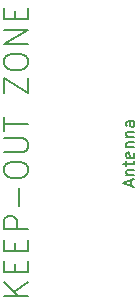
<source format=gbr>
G04 #@! TF.GenerationSoftware,KiCad,Pcbnew,7.0.1-0*
G04 #@! TF.CreationDate,2025-03-17T17:28:38+01:00*
G04 #@! TF.ProjectId,LED-Controller,4c45442d-436f-46e7-9472-6f6c6c65722e,rev?*
G04 #@! TF.SameCoordinates,Original*
G04 #@! TF.FileFunction,Other,Comment*
%FSLAX46Y46*%
G04 Gerber Fmt 4.6, Leading zero omitted, Abs format (unit mm)*
G04 Created by KiCad (PCBNEW 7.0.1-0) date 2025-03-17 17:28:38*
%MOMM*%
%LPD*%
G01*
G04 APERTURE LIST*
%ADD10C,0.150000*%
G04 APERTURE END LIST*
D10*
G04 #@! TO.C,U1*
X142263904Y-103358304D02*
X142263904Y-102882114D01*
X142549619Y-103453542D02*
X141549619Y-103120209D01*
X141549619Y-103120209D02*
X142549619Y-102786876D01*
X141882952Y-102453542D02*
X142549619Y-102453542D01*
X141978190Y-102453542D02*
X141930571Y-102405923D01*
X141930571Y-102405923D02*
X141882952Y-102310685D01*
X141882952Y-102310685D02*
X141882952Y-102167828D01*
X141882952Y-102167828D02*
X141930571Y-102072590D01*
X141930571Y-102072590D02*
X142025809Y-102024971D01*
X142025809Y-102024971D02*
X142549619Y-102024971D01*
X141882952Y-101691637D02*
X141882952Y-101310685D01*
X141549619Y-101548780D02*
X142406761Y-101548780D01*
X142406761Y-101548780D02*
X142502000Y-101501161D01*
X142502000Y-101501161D02*
X142549619Y-101405923D01*
X142549619Y-101405923D02*
X142549619Y-101310685D01*
X142502000Y-100596399D02*
X142549619Y-100691637D01*
X142549619Y-100691637D02*
X142549619Y-100882113D01*
X142549619Y-100882113D02*
X142502000Y-100977351D01*
X142502000Y-100977351D02*
X142406761Y-101024970D01*
X142406761Y-101024970D02*
X142025809Y-101024970D01*
X142025809Y-101024970D02*
X141930571Y-100977351D01*
X141930571Y-100977351D02*
X141882952Y-100882113D01*
X141882952Y-100882113D02*
X141882952Y-100691637D01*
X141882952Y-100691637D02*
X141930571Y-100596399D01*
X141930571Y-100596399D02*
X142025809Y-100548780D01*
X142025809Y-100548780D02*
X142121047Y-100548780D01*
X142121047Y-100548780D02*
X142216285Y-101024970D01*
X141882952Y-100120208D02*
X142549619Y-100120208D01*
X141978190Y-100120208D02*
X141930571Y-100072589D01*
X141930571Y-100072589D02*
X141882952Y-99977351D01*
X141882952Y-99977351D02*
X141882952Y-99834494D01*
X141882952Y-99834494D02*
X141930571Y-99739256D01*
X141930571Y-99739256D02*
X142025809Y-99691637D01*
X142025809Y-99691637D02*
X142549619Y-99691637D01*
X141882952Y-99215446D02*
X142549619Y-99215446D01*
X141978190Y-99215446D02*
X141930571Y-99167827D01*
X141930571Y-99167827D02*
X141882952Y-99072589D01*
X141882952Y-99072589D02*
X141882952Y-98929732D01*
X141882952Y-98929732D02*
X141930571Y-98834494D01*
X141930571Y-98834494D02*
X142025809Y-98786875D01*
X142025809Y-98786875D02*
X142549619Y-98786875D01*
X142549619Y-97882113D02*
X142025809Y-97882113D01*
X142025809Y-97882113D02*
X141930571Y-97929732D01*
X141930571Y-97929732D02*
X141882952Y-98024970D01*
X141882952Y-98024970D02*
X141882952Y-98215446D01*
X141882952Y-98215446D02*
X141930571Y-98310684D01*
X142502000Y-97882113D02*
X142549619Y-97977351D01*
X142549619Y-97977351D02*
X142549619Y-98215446D01*
X142549619Y-98215446D02*
X142502000Y-98310684D01*
X142502000Y-98310684D02*
X142406761Y-98358303D01*
X142406761Y-98358303D02*
X142311523Y-98358303D01*
X142311523Y-98358303D02*
X142216285Y-98310684D01*
X142216285Y-98310684D02*
X142168666Y-98215446D01*
X142168666Y-98215446D02*
X142168666Y-97977351D01*
X142168666Y-97977351D02*
X142121047Y-97882113D01*
X133532238Y-112689257D02*
X131532238Y-112689257D01*
X133532238Y-111546400D02*
X132389380Y-112403543D01*
X131532238Y-111546400D02*
X132675095Y-112689257D01*
X132484619Y-110689257D02*
X132484619Y-110022590D01*
X133532238Y-109736876D02*
X133532238Y-110689257D01*
X133532238Y-110689257D02*
X131532238Y-110689257D01*
X131532238Y-110689257D02*
X131532238Y-109736876D01*
X132484619Y-108879733D02*
X132484619Y-108213066D01*
X133532238Y-107927352D02*
X133532238Y-108879733D01*
X133532238Y-108879733D02*
X131532238Y-108879733D01*
X131532238Y-108879733D02*
X131532238Y-107927352D01*
X133532238Y-107070209D02*
X131532238Y-107070209D01*
X131532238Y-107070209D02*
X131532238Y-106308304D01*
X131532238Y-106308304D02*
X131627476Y-106117828D01*
X131627476Y-106117828D02*
X131722714Y-106022590D01*
X131722714Y-106022590D02*
X131913190Y-105927352D01*
X131913190Y-105927352D02*
X132198904Y-105927352D01*
X132198904Y-105927352D02*
X132389380Y-106022590D01*
X132389380Y-106022590D02*
X132484619Y-106117828D01*
X132484619Y-106117828D02*
X132579857Y-106308304D01*
X132579857Y-106308304D02*
X132579857Y-107070209D01*
X132770333Y-105070209D02*
X132770333Y-103546400D01*
X131532238Y-102213067D02*
X131532238Y-101832114D01*
X131532238Y-101832114D02*
X131627476Y-101641638D01*
X131627476Y-101641638D02*
X131817952Y-101451162D01*
X131817952Y-101451162D02*
X132198904Y-101355924D01*
X132198904Y-101355924D02*
X132865571Y-101355924D01*
X132865571Y-101355924D02*
X133246523Y-101451162D01*
X133246523Y-101451162D02*
X133437000Y-101641638D01*
X133437000Y-101641638D02*
X133532238Y-101832114D01*
X133532238Y-101832114D02*
X133532238Y-102213067D01*
X133532238Y-102213067D02*
X133437000Y-102403543D01*
X133437000Y-102403543D02*
X133246523Y-102594019D01*
X133246523Y-102594019D02*
X132865571Y-102689257D01*
X132865571Y-102689257D02*
X132198904Y-102689257D01*
X132198904Y-102689257D02*
X131817952Y-102594019D01*
X131817952Y-102594019D02*
X131627476Y-102403543D01*
X131627476Y-102403543D02*
X131532238Y-102213067D01*
X131532238Y-100498781D02*
X133151285Y-100498781D01*
X133151285Y-100498781D02*
X133341761Y-100403543D01*
X133341761Y-100403543D02*
X133437000Y-100308305D01*
X133437000Y-100308305D02*
X133532238Y-100117829D01*
X133532238Y-100117829D02*
X133532238Y-99736876D01*
X133532238Y-99736876D02*
X133437000Y-99546400D01*
X133437000Y-99546400D02*
X133341761Y-99451162D01*
X133341761Y-99451162D02*
X133151285Y-99355924D01*
X133151285Y-99355924D02*
X131532238Y-99355924D01*
X131532238Y-98689257D02*
X131532238Y-97546400D01*
X133532238Y-98117829D02*
X131532238Y-98117829D01*
X131532238Y-95546399D02*
X131532238Y-94213066D01*
X131532238Y-94213066D02*
X133532238Y-95546399D01*
X133532238Y-95546399D02*
X133532238Y-94213066D01*
X131532238Y-93070209D02*
X131532238Y-92689256D01*
X131532238Y-92689256D02*
X131627476Y-92498780D01*
X131627476Y-92498780D02*
X131817952Y-92308304D01*
X131817952Y-92308304D02*
X132198904Y-92213066D01*
X132198904Y-92213066D02*
X132865571Y-92213066D01*
X132865571Y-92213066D02*
X133246523Y-92308304D01*
X133246523Y-92308304D02*
X133437000Y-92498780D01*
X133437000Y-92498780D02*
X133532238Y-92689256D01*
X133532238Y-92689256D02*
X133532238Y-93070209D01*
X133532238Y-93070209D02*
X133437000Y-93260685D01*
X133437000Y-93260685D02*
X133246523Y-93451161D01*
X133246523Y-93451161D02*
X132865571Y-93546399D01*
X132865571Y-93546399D02*
X132198904Y-93546399D01*
X132198904Y-93546399D02*
X131817952Y-93451161D01*
X131817952Y-93451161D02*
X131627476Y-93260685D01*
X131627476Y-93260685D02*
X131532238Y-93070209D01*
X133532238Y-91355923D02*
X131532238Y-91355923D01*
X131532238Y-91355923D02*
X133532238Y-90213066D01*
X133532238Y-90213066D02*
X131532238Y-90213066D01*
X132484619Y-89260685D02*
X132484619Y-88594018D01*
X133532238Y-88308304D02*
X133532238Y-89260685D01*
X133532238Y-89260685D02*
X131532238Y-89260685D01*
X131532238Y-89260685D02*
X131532238Y-88308304D01*
G04 #@! TD*
M02*

</source>
